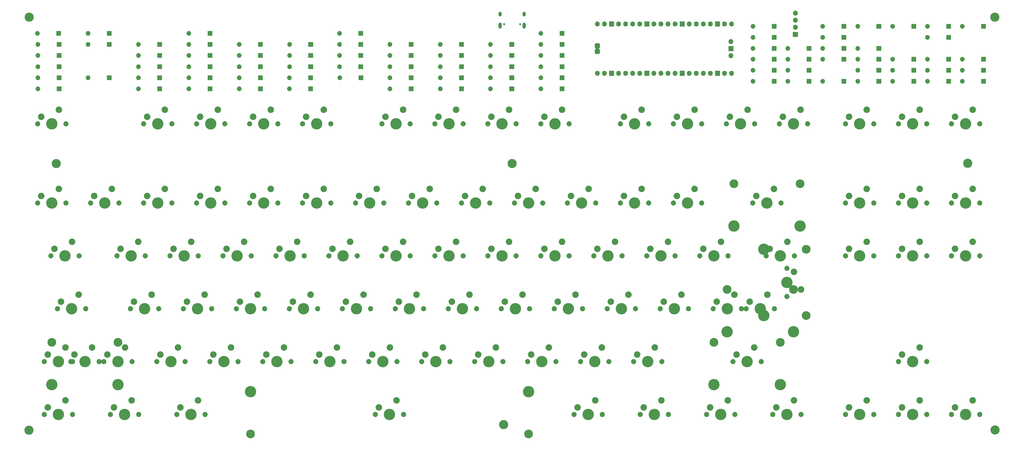
<source format=gbs>
G04 #@! TF.GenerationSoftware,KiCad,Pcbnew,(5.1.9)-1*
G04 #@! TF.CreationDate,2021-05-27T06:16:38+01:00*
G04 #@! TF.ProjectId,ENV_KB,454e565f-4b42-42e6-9b69-6361645f7063,Rev.1*
G04 #@! TF.SameCoordinates,Original*
G04 #@! TF.FileFunction,Soldermask,Bot*
G04 #@! TF.FilePolarity,Negative*
%FSLAX46Y46*%
G04 Gerber Fmt 4.6, Leading zero omitted, Abs format (unit mm)*
G04 Created by KiCad (PCBNEW (5.1.9)-1) date 2021-05-27 06:16:38*
%MOMM*%
%LPD*%
G01*
G04 APERTURE LIST*
%ADD10C,2.352000*%
%ADD11C,4.089800*%
%ADD12C,1.852000*%
%ADD13C,3.150000*%
%ADD14O,1.102000X1.702000*%
%ADD15O,1.102000X2.202000*%
%ADD16C,0.752000*%
%ADD17O,1.702000X1.702000*%
%ADD18O,1.802000X1.802000*%
%ADD19C,3.302000*%
%ADD20C,0.150000*%
G04 APERTURE END LIST*
D10*
X377877500Y-201480000D03*
D11*
X375337500Y-206560000D03*
D10*
X371527500Y-204020000D03*
D12*
X370257500Y-206560000D03*
X380417500Y-206560000D03*
D10*
X358827500Y-201480000D03*
D11*
X356287500Y-206560000D03*
D10*
X352477500Y-204020000D03*
D12*
X351207500Y-206560000D03*
X361367500Y-206560000D03*
D10*
X339777500Y-201480000D03*
D11*
X337237500Y-206560000D03*
D10*
X333427500Y-204020000D03*
D12*
X332157500Y-206560000D03*
X342317500Y-206560000D03*
D10*
X313583750Y-201480000D03*
D11*
X311043750Y-206560000D03*
D10*
X307233750Y-204020000D03*
D12*
X305963750Y-206560000D03*
X316123750Y-206560000D03*
D10*
X289771250Y-201480000D03*
D11*
X287231250Y-206560000D03*
D10*
X283421250Y-204020000D03*
D12*
X282151250Y-206560000D03*
X292311250Y-206560000D03*
D10*
X265958750Y-201480000D03*
D11*
X263418750Y-206560000D03*
D10*
X259608750Y-204020000D03*
D12*
X258338750Y-206560000D03*
X268498750Y-206560000D03*
D10*
X242146250Y-201480000D03*
D11*
X239606250Y-206560000D03*
D10*
X235796250Y-204020000D03*
D12*
X234526250Y-206560000D03*
X244686250Y-206560000D03*
D10*
X170708750Y-201480000D03*
D11*
X168168750Y-206560000D03*
D10*
X164358750Y-204020000D03*
D12*
X163088750Y-206560000D03*
X173248750Y-206560000D03*
D13*
X118168850Y-213545000D03*
X218168650Y-213545000D03*
D11*
X118168850Y-198305000D03*
X218168650Y-198305000D03*
D10*
X99271250Y-201480000D03*
D11*
X96731250Y-206560000D03*
D10*
X92921250Y-204020000D03*
D12*
X91651250Y-206560000D03*
X101811250Y-206560000D03*
D10*
X75458750Y-201480000D03*
D11*
X72918750Y-206560000D03*
D10*
X69108750Y-204020000D03*
D12*
X67838750Y-206560000D03*
X77998750Y-206560000D03*
D10*
X51646250Y-201480000D03*
D11*
X49106250Y-206560000D03*
D10*
X45296250Y-204020000D03*
D12*
X44026250Y-206560000D03*
X54186250Y-206560000D03*
D10*
X358827500Y-182430000D03*
D11*
X356287500Y-187510000D03*
D10*
X352477500Y-184970000D03*
D12*
X351207500Y-187510000D03*
X361367500Y-187510000D03*
D10*
X299296250Y-182430000D03*
D11*
X296756250Y-187510000D03*
D10*
X292946250Y-184970000D03*
D12*
X291676250Y-187510000D03*
X301836250Y-187510000D03*
D13*
X284850000Y-180525000D03*
X308662500Y-180525000D03*
D11*
X284850000Y-195765000D03*
X308662500Y-195765000D03*
D10*
X263577500Y-182430000D03*
D11*
X261037500Y-187510000D03*
D10*
X257227500Y-184970000D03*
D12*
X255957500Y-187510000D03*
X266117500Y-187510000D03*
D10*
X244527500Y-182430000D03*
D11*
X241987500Y-187510000D03*
D10*
X238177500Y-184970000D03*
D12*
X236907500Y-187510000D03*
X247067500Y-187510000D03*
D10*
X225477500Y-182430000D03*
D11*
X222937500Y-187510000D03*
D10*
X219127500Y-184970000D03*
D12*
X217857500Y-187510000D03*
X228017500Y-187510000D03*
D10*
X206427500Y-182430000D03*
D11*
X203887500Y-187510000D03*
D10*
X200077500Y-184970000D03*
D12*
X198807500Y-187510000D03*
X208967500Y-187510000D03*
D10*
X187377500Y-182430000D03*
D11*
X184837500Y-187510000D03*
D10*
X181027500Y-184970000D03*
D12*
X179757500Y-187510000D03*
X189917500Y-187510000D03*
D10*
X168327500Y-182430000D03*
D11*
X165787500Y-187510000D03*
D10*
X161977500Y-184970000D03*
D12*
X160707500Y-187510000D03*
X170867500Y-187510000D03*
D10*
X149277500Y-182430000D03*
D11*
X146737500Y-187510000D03*
D10*
X142927500Y-184970000D03*
D12*
X141657500Y-187510000D03*
X151817500Y-187510000D03*
D10*
X130227500Y-182430000D03*
D11*
X127687500Y-187510000D03*
D10*
X123877500Y-184970000D03*
D12*
X122607500Y-187510000D03*
X132767500Y-187510000D03*
D10*
X111177500Y-182430000D03*
D11*
X108637500Y-187510000D03*
D10*
X104827500Y-184970000D03*
D12*
X103557500Y-187510000D03*
X113717500Y-187510000D03*
D10*
X92127500Y-182430000D03*
D11*
X89587500Y-187510000D03*
D10*
X85777500Y-184970000D03*
D12*
X84507500Y-187510000D03*
X94667500Y-187510000D03*
D10*
X73077500Y-182430000D03*
D11*
X70537500Y-187510000D03*
D10*
X66727500Y-184970000D03*
D12*
X65457500Y-187510000D03*
X75617500Y-187510000D03*
D10*
X51646250Y-182430000D03*
D11*
X49106250Y-187510000D03*
D10*
X45296250Y-184970000D03*
D12*
X44026250Y-187510000D03*
X54186250Y-187510000D03*
D10*
X292152500Y-163380000D03*
D11*
X289612500Y-168460000D03*
D10*
X285802500Y-165920000D03*
D12*
X284532500Y-168460000D03*
X294692500Y-168460000D03*
D10*
X273102500Y-163380000D03*
D11*
X270562500Y-168460000D03*
D10*
X266752500Y-165920000D03*
D12*
X265482500Y-168460000D03*
X275642500Y-168460000D03*
D10*
X254052500Y-163380000D03*
D11*
X251512500Y-168460000D03*
D10*
X247702500Y-165920000D03*
D12*
X246432500Y-168460000D03*
X256592500Y-168460000D03*
D10*
X235002500Y-163380000D03*
D11*
X232462500Y-168460000D03*
D10*
X228652500Y-165920000D03*
D12*
X227382500Y-168460000D03*
X237542500Y-168460000D03*
D10*
X215952500Y-163380000D03*
D11*
X213412500Y-168460000D03*
D10*
X209602500Y-165920000D03*
D12*
X208332500Y-168460000D03*
X218492500Y-168460000D03*
D10*
X196902500Y-163380000D03*
D11*
X194362500Y-168460000D03*
D10*
X190552500Y-165920000D03*
D12*
X189282500Y-168460000D03*
X199442500Y-168460000D03*
D10*
X177852500Y-163380000D03*
D11*
X175312500Y-168460000D03*
D10*
X171502500Y-165920000D03*
D12*
X170232500Y-168460000D03*
X180392500Y-168460000D03*
D10*
X158802500Y-163380000D03*
D11*
X156262500Y-168460000D03*
D10*
X152452500Y-165920000D03*
D12*
X151182500Y-168460000D03*
X161342500Y-168460000D03*
D10*
X139752500Y-163380000D03*
D11*
X137212500Y-168460000D03*
D10*
X133402500Y-165920000D03*
D12*
X132132500Y-168460000D03*
X142292500Y-168460000D03*
D10*
X120702500Y-163380000D03*
D11*
X118162500Y-168460000D03*
D10*
X114352500Y-165920000D03*
D12*
X113082500Y-168460000D03*
X123242500Y-168460000D03*
D10*
X101652500Y-163380000D03*
D11*
X99112500Y-168460000D03*
D10*
X95302500Y-165920000D03*
D12*
X94032500Y-168460000D03*
X104192500Y-168460000D03*
D10*
X82602500Y-163380000D03*
D11*
X80062500Y-168460000D03*
D10*
X76252500Y-165920000D03*
D12*
X74982500Y-168460000D03*
X85142500Y-168460000D03*
D10*
X56408750Y-163380000D03*
D11*
X53868750Y-168460000D03*
D10*
X50058750Y-165920000D03*
D12*
X48788750Y-168460000D03*
X58948750Y-168460000D03*
D10*
X377877500Y-144330000D03*
D11*
X375337500Y-149410000D03*
D10*
X371527500Y-146870000D03*
D12*
X370257500Y-149410000D03*
X380417500Y-149410000D03*
D10*
X358827500Y-144330000D03*
D11*
X356287500Y-149410000D03*
D10*
X352477500Y-146870000D03*
D12*
X351207500Y-149410000D03*
X361367500Y-149410000D03*
D10*
X339777500Y-144330000D03*
D11*
X337237500Y-149410000D03*
D10*
X333427500Y-146870000D03*
D12*
X332157500Y-149410000D03*
X342317500Y-149410000D03*
D10*
X287390000Y-144330000D03*
D11*
X284850000Y-149410000D03*
D10*
X281040000Y-146870000D03*
D12*
X279770000Y-149410000D03*
X289930000Y-149410000D03*
D10*
X268340000Y-144330000D03*
D11*
X265800000Y-149410000D03*
D10*
X261990000Y-146870000D03*
D12*
X260720000Y-149410000D03*
X270880000Y-149410000D03*
D10*
X249290000Y-144330000D03*
D11*
X246750000Y-149410000D03*
D10*
X242940000Y-146870000D03*
D12*
X241670000Y-149410000D03*
X251830000Y-149410000D03*
D10*
X230240000Y-144330000D03*
D11*
X227700000Y-149410000D03*
D10*
X223890000Y-146870000D03*
D12*
X222620000Y-149410000D03*
X232780000Y-149410000D03*
D10*
X211190000Y-144330000D03*
D11*
X208650000Y-149410000D03*
D10*
X204840000Y-146870000D03*
D12*
X203570000Y-149410000D03*
X213730000Y-149410000D03*
D10*
X192140000Y-144330000D03*
D11*
X189600000Y-149410000D03*
D10*
X185790000Y-146870000D03*
D12*
X184520000Y-149410000D03*
X194680000Y-149410000D03*
D10*
X173090000Y-144330000D03*
D11*
X170550000Y-149410000D03*
D10*
X166740000Y-146870000D03*
D12*
X165470000Y-149410000D03*
X175630000Y-149410000D03*
D10*
X154040000Y-144330000D03*
D11*
X151500000Y-149410000D03*
D10*
X147690000Y-146870000D03*
D12*
X146420000Y-149410000D03*
X156580000Y-149410000D03*
D10*
X134990000Y-144330000D03*
D11*
X132450000Y-149410000D03*
D10*
X128640000Y-146870000D03*
D12*
X127370000Y-149410000D03*
X137530000Y-149410000D03*
D10*
X115940000Y-144330000D03*
D11*
X113400000Y-149410000D03*
D10*
X109590000Y-146870000D03*
D12*
X108320000Y-149410000D03*
X118480000Y-149410000D03*
D10*
X96890000Y-144330000D03*
D11*
X94350000Y-149410000D03*
D10*
X90540000Y-146870000D03*
D12*
X89270000Y-149410000D03*
X99430000Y-149410000D03*
D10*
X77840000Y-144330000D03*
D11*
X75300000Y-149410000D03*
D10*
X71490000Y-146870000D03*
D12*
X70220000Y-149410000D03*
X80380000Y-149410000D03*
D10*
X54027500Y-144330000D03*
D11*
X51487500Y-149410000D03*
D10*
X47677500Y-146870000D03*
D12*
X46407500Y-149410000D03*
X56567500Y-149410000D03*
D10*
X377877500Y-125280000D03*
D11*
X375337500Y-130360000D03*
D10*
X371527500Y-127820000D03*
D12*
X370257500Y-130360000D03*
X380417500Y-130360000D03*
D10*
X358827500Y-125280000D03*
D11*
X356287500Y-130360000D03*
D10*
X352477500Y-127820000D03*
D12*
X351207500Y-130360000D03*
X361367500Y-130360000D03*
D10*
X339777500Y-125280000D03*
D11*
X337237500Y-130360000D03*
D10*
X333427500Y-127820000D03*
D12*
X332157500Y-130360000D03*
X342317500Y-130360000D03*
D10*
X306440000Y-125280000D03*
D11*
X303900000Y-130360000D03*
D10*
X300090000Y-127820000D03*
D12*
X298820000Y-130360000D03*
X308980000Y-130360000D03*
D13*
X291993750Y-123375000D03*
X315806250Y-123375000D03*
D11*
X291993750Y-138615000D03*
X315806250Y-138615000D03*
D10*
X277865000Y-125280000D03*
D11*
X275325000Y-130360000D03*
D10*
X271515000Y-127820000D03*
D12*
X270245000Y-130360000D03*
X280405000Y-130360000D03*
D10*
X258815000Y-125280000D03*
D11*
X256275000Y-130360000D03*
D10*
X252465000Y-127820000D03*
D12*
X251195000Y-130360000D03*
X261355000Y-130360000D03*
D10*
X239765000Y-125280000D03*
D11*
X237225000Y-130360000D03*
D10*
X233415000Y-127820000D03*
D12*
X232145000Y-130360000D03*
X242305000Y-130360000D03*
D10*
X220715000Y-125280000D03*
D11*
X218175000Y-130360000D03*
D10*
X214365000Y-127820000D03*
D12*
X213095000Y-130360000D03*
X223255000Y-130360000D03*
D10*
X201665000Y-125280000D03*
D11*
X199125000Y-130360000D03*
D10*
X195315000Y-127820000D03*
D12*
X194045000Y-130360000D03*
X204205000Y-130360000D03*
D10*
X182615000Y-125280000D03*
D11*
X180075000Y-130360000D03*
D10*
X176265000Y-127820000D03*
D12*
X174995000Y-130360000D03*
X185155000Y-130360000D03*
D10*
X163565000Y-125280000D03*
D11*
X161025000Y-130360000D03*
D10*
X157215000Y-127820000D03*
D12*
X155945000Y-130360000D03*
X166105000Y-130360000D03*
D10*
X144515000Y-125280000D03*
D11*
X141975000Y-130360000D03*
D10*
X138165000Y-127820000D03*
D12*
X136895000Y-130360000D03*
X147055000Y-130360000D03*
D10*
X125465000Y-125280000D03*
D11*
X122925000Y-130360000D03*
D10*
X119115000Y-127820000D03*
D12*
X117845000Y-130360000D03*
X128005000Y-130360000D03*
D10*
X106415000Y-125280000D03*
D11*
X103875000Y-130360000D03*
D10*
X100065000Y-127820000D03*
D12*
X98795000Y-130360000D03*
X108955000Y-130360000D03*
D10*
X87365000Y-125280000D03*
D11*
X84825000Y-130360000D03*
D10*
X81015000Y-127820000D03*
D12*
X79745000Y-130360000D03*
X89905000Y-130360000D03*
D10*
X68315000Y-125280000D03*
D11*
X65775000Y-130360000D03*
D10*
X61965000Y-127820000D03*
D12*
X60695000Y-130360000D03*
X70855000Y-130360000D03*
D10*
X49265000Y-125280000D03*
D11*
X46725000Y-130360000D03*
D10*
X42915000Y-127820000D03*
D12*
X41645000Y-130360000D03*
X51805000Y-130360000D03*
D10*
X377877500Y-96705000D03*
D11*
X375337500Y-101785000D03*
D10*
X371527500Y-99245000D03*
D12*
X370257500Y-101785000D03*
X380417500Y-101785000D03*
D10*
X358827500Y-96705000D03*
D11*
X356287500Y-101785000D03*
D10*
X352477500Y-99245000D03*
D12*
X351207500Y-101785000D03*
X361367500Y-101785000D03*
D10*
X339777500Y-96705000D03*
D11*
X337237500Y-101785000D03*
D10*
X333427500Y-99245000D03*
D12*
X332157500Y-101785000D03*
X342317500Y-101785000D03*
D10*
X315965000Y-96705000D03*
D11*
X313425000Y-101785000D03*
D10*
X309615000Y-99245000D03*
D12*
X308345000Y-101785000D03*
X318505000Y-101785000D03*
D10*
X296915000Y-96705000D03*
D11*
X294375000Y-101785000D03*
D10*
X290565000Y-99245000D03*
D12*
X289295000Y-101785000D03*
X299455000Y-101785000D03*
D10*
X277865000Y-96705000D03*
D11*
X275325000Y-101785000D03*
D10*
X271515000Y-99245000D03*
D12*
X270245000Y-101785000D03*
X280405000Y-101785000D03*
D10*
X258815000Y-96705000D03*
D11*
X256275000Y-101785000D03*
D10*
X252465000Y-99245000D03*
D12*
X251195000Y-101785000D03*
X261355000Y-101785000D03*
D10*
X230240000Y-96705000D03*
D11*
X227700000Y-101785000D03*
D10*
X223890000Y-99245000D03*
D12*
X222620000Y-101785000D03*
X232780000Y-101785000D03*
D10*
X211190000Y-96705000D03*
D11*
X208650000Y-101785000D03*
D10*
X204840000Y-99245000D03*
D12*
X203570000Y-101785000D03*
X213730000Y-101785000D03*
D10*
X192140000Y-96705000D03*
D11*
X189600000Y-101785000D03*
D10*
X185790000Y-99245000D03*
D12*
X184520000Y-101785000D03*
X194680000Y-101785000D03*
D10*
X173090000Y-96705000D03*
D11*
X170550000Y-101785000D03*
D10*
X166740000Y-99245000D03*
D12*
X165470000Y-101785000D03*
X175630000Y-101785000D03*
D10*
X144515000Y-96705000D03*
D11*
X141975000Y-101785000D03*
D10*
X138165000Y-99245000D03*
D12*
X136895000Y-101785000D03*
X147055000Y-101785000D03*
D10*
X125465000Y-96705000D03*
D11*
X122925000Y-101785000D03*
D10*
X119115000Y-99245000D03*
D12*
X117845000Y-101785000D03*
X128005000Y-101785000D03*
D10*
X106415000Y-96705000D03*
D11*
X103875000Y-101785000D03*
D10*
X100065000Y-99245000D03*
D12*
X98795000Y-101785000D03*
X108955000Y-101785000D03*
D10*
X87365000Y-96705000D03*
D11*
X84825000Y-101785000D03*
D10*
X81015000Y-99245000D03*
D12*
X79745000Y-101785000D03*
X89905000Y-101785000D03*
D10*
X49265000Y-96705000D03*
D11*
X46725000Y-101785000D03*
D10*
X42915000Y-99245000D03*
D12*
X41645000Y-101785000D03*
X51805000Y-101785000D03*
D10*
X61190000Y-182430000D03*
D11*
X58650000Y-187510000D03*
D10*
X54840000Y-184970000D03*
D12*
X53570000Y-187510000D03*
X63730000Y-187510000D03*
D13*
X46743750Y-180525000D03*
X70556250Y-180525000D03*
D11*
X46743750Y-195765000D03*
X70556250Y-195765000D03*
X313406250Y-176685000D03*
X289593750Y-176685000D03*
D13*
X313406250Y-161445000D03*
X289593750Y-161445000D03*
D12*
X306580000Y-168430000D03*
X296420000Y-168430000D03*
D10*
X297690000Y-165890000D03*
D11*
X301500000Y-168430000D03*
D10*
X304040000Y-163350000D03*
D12*
X313730000Y-149385000D03*
X303570000Y-149385000D03*
D10*
X304840000Y-146845000D03*
D11*
X308650000Y-149385000D03*
D10*
X311190000Y-144305000D03*
D14*
X207905000Y-62235000D03*
X216545000Y-62235000D03*
D15*
X207905000Y-66415000D03*
X216545000Y-66415000D03*
D16*
X215115000Y-65885000D03*
X209335000Y-65885000D03*
D17*
X374155000Y-66685000D03*
G36*
G01*
X382626000Y-65885000D02*
X382626000Y-67485000D01*
G75*
G02*
X382575000Y-67536000I-51000J0D01*
G01*
X380975000Y-67536000D01*
G75*
G02*
X380924000Y-67485000I0J51000D01*
G01*
X380924000Y-65885000D01*
G75*
G02*
X380975000Y-65834000I51000J0D01*
G01*
X382575000Y-65834000D01*
G75*
G02*
X382626000Y-65885000I0J-51000D01*
G01*
G37*
X361605000Y-66685000D03*
G36*
G01*
X370076000Y-65885000D02*
X370076000Y-67485000D01*
G75*
G02*
X370025000Y-67536000I-51000J0D01*
G01*
X368425000Y-67536000D01*
G75*
G02*
X368374000Y-67485000I0J51000D01*
G01*
X368374000Y-65885000D01*
G75*
G02*
X368425000Y-65834000I51000J0D01*
G01*
X370025000Y-65834000D01*
G75*
G02*
X370076000Y-65885000I0J-51000D01*
G01*
G37*
X349055000Y-66685000D03*
G36*
G01*
X357526000Y-65885000D02*
X357526000Y-67485000D01*
G75*
G02*
X357475000Y-67536000I-51000J0D01*
G01*
X355875000Y-67536000D01*
G75*
G02*
X355824000Y-67485000I0J51000D01*
G01*
X355824000Y-65885000D01*
G75*
G02*
X355875000Y-65834000I51000J0D01*
G01*
X357475000Y-65834000D01*
G75*
G02*
X357526000Y-65885000I0J-51000D01*
G01*
G37*
X336505000Y-66685000D03*
G36*
G01*
X344976000Y-65885000D02*
X344976000Y-67485000D01*
G75*
G02*
X344925000Y-67536000I-51000J0D01*
G01*
X343325000Y-67536000D01*
G75*
G02*
X343274000Y-67485000I0J51000D01*
G01*
X343274000Y-65885000D01*
G75*
G02*
X343325000Y-65834000I51000J0D01*
G01*
X344925000Y-65834000D01*
G75*
G02*
X344976000Y-65885000I0J-51000D01*
G01*
G37*
X323955000Y-66685000D03*
G36*
G01*
X332426000Y-65885000D02*
X332426000Y-67485000D01*
G75*
G02*
X332375000Y-67536000I-51000J0D01*
G01*
X330775000Y-67536000D01*
G75*
G02*
X330724000Y-67485000I0J51000D01*
G01*
X330724000Y-65885000D01*
G75*
G02*
X330775000Y-65834000I51000J0D01*
G01*
X332375000Y-65834000D01*
G75*
G02*
X332426000Y-65885000I0J-51000D01*
G01*
G37*
X298855000Y-66685000D03*
G36*
G01*
X307326000Y-65885000D02*
X307326000Y-67485000D01*
G75*
G02*
X307275000Y-67536000I-51000J0D01*
G01*
X305675000Y-67536000D01*
G75*
G02*
X305624000Y-67485000I0J51000D01*
G01*
X305624000Y-65885000D01*
G75*
G02*
X305675000Y-65834000I51000J0D01*
G01*
X307275000Y-65834000D01*
G75*
G02*
X307326000Y-65885000I0J-51000D01*
G01*
G37*
X222605000Y-69185000D03*
G36*
G01*
X231076000Y-68385000D02*
X231076000Y-69985000D01*
G75*
G02*
X231025000Y-70036000I-51000J0D01*
G01*
X229425000Y-70036000D01*
G75*
G02*
X229374000Y-69985000I0J51000D01*
G01*
X229374000Y-68385000D01*
G75*
G02*
X229425000Y-68334000I51000J0D01*
G01*
X231025000Y-68334000D01*
G75*
G02*
X231076000Y-68385000I0J-51000D01*
G01*
G37*
X150205000Y-69185000D03*
G36*
G01*
X158676000Y-68385000D02*
X158676000Y-69985000D01*
G75*
G02*
X158625000Y-70036000I-51000J0D01*
G01*
X157025000Y-70036000D01*
G75*
G02*
X156974000Y-69985000I0J51000D01*
G01*
X156974000Y-68385000D01*
G75*
G02*
X157025000Y-68334000I51000J0D01*
G01*
X158625000Y-68334000D01*
G75*
G02*
X158676000Y-68385000I0J-51000D01*
G01*
G37*
X96005000Y-69185000D03*
G36*
G01*
X104476000Y-68385000D02*
X104476000Y-69985000D01*
G75*
G02*
X104425000Y-70036000I-51000J0D01*
G01*
X102825000Y-70036000D01*
G75*
G02*
X102774000Y-69985000I0J51000D01*
G01*
X102774000Y-68385000D01*
G75*
G02*
X102825000Y-68334000I51000J0D01*
G01*
X104425000Y-68334000D01*
G75*
G02*
X104476000Y-68385000I0J-51000D01*
G01*
G37*
X59805000Y-69185000D03*
G36*
G01*
X68276000Y-68385000D02*
X68276000Y-69985000D01*
G75*
G02*
X68225000Y-70036000I-51000J0D01*
G01*
X66625000Y-70036000D01*
G75*
G02*
X66574000Y-69985000I0J51000D01*
G01*
X66574000Y-68385000D01*
G75*
G02*
X66625000Y-68334000I51000J0D01*
G01*
X68225000Y-68334000D01*
G75*
G02*
X68276000Y-68385000I0J-51000D01*
G01*
G37*
X41605000Y-69185000D03*
G36*
G01*
X50076000Y-68385000D02*
X50076000Y-69985000D01*
G75*
G02*
X50025000Y-70036000I-51000J0D01*
G01*
X48425000Y-70036000D01*
G75*
G02*
X48374000Y-69985000I0J51000D01*
G01*
X48374000Y-68385000D01*
G75*
G02*
X48425000Y-68334000I51000J0D01*
G01*
X50025000Y-68334000D01*
G75*
G02*
X50076000Y-68385000I0J-51000D01*
G01*
G37*
X361605000Y-70635000D03*
G36*
G01*
X370076000Y-69835000D02*
X370076000Y-71435000D01*
G75*
G02*
X370025000Y-71486000I-51000J0D01*
G01*
X368425000Y-71486000D01*
G75*
G02*
X368374000Y-71435000I0J51000D01*
G01*
X368374000Y-69835000D01*
G75*
G02*
X368425000Y-69784000I51000J0D01*
G01*
X370025000Y-69784000D01*
G75*
G02*
X370076000Y-69835000I0J-51000D01*
G01*
G37*
X323955000Y-70635000D03*
G36*
G01*
X332426000Y-69835000D02*
X332426000Y-71435000D01*
G75*
G02*
X332375000Y-71486000I-51000J0D01*
G01*
X330775000Y-71486000D01*
G75*
G02*
X330724000Y-71435000I0J51000D01*
G01*
X330724000Y-69835000D01*
G75*
G02*
X330775000Y-69784000I51000J0D01*
G01*
X332375000Y-69784000D01*
G75*
G02*
X332426000Y-69835000I0J-51000D01*
G01*
G37*
X298855000Y-70635000D03*
G36*
G01*
X307326000Y-69835000D02*
X307326000Y-71435000D01*
G75*
G02*
X307275000Y-71486000I-51000J0D01*
G01*
X305675000Y-71486000D01*
G75*
G02*
X305624000Y-71435000I0J51000D01*
G01*
X305624000Y-69835000D01*
G75*
G02*
X305675000Y-69784000I51000J0D01*
G01*
X307275000Y-69784000D01*
G75*
G02*
X307326000Y-69835000I0J-51000D01*
G01*
G37*
X222605000Y-73185000D03*
G36*
G01*
X231076000Y-72385000D02*
X231076000Y-73985000D01*
G75*
G02*
X231025000Y-74036000I-51000J0D01*
G01*
X229425000Y-74036000D01*
G75*
G02*
X229374000Y-73985000I0J51000D01*
G01*
X229374000Y-72385000D01*
G75*
G02*
X229425000Y-72334000I51000J0D01*
G01*
X231025000Y-72334000D01*
G75*
G02*
X231076000Y-72385000I0J-51000D01*
G01*
G37*
X204505000Y-73185000D03*
G36*
G01*
X212976000Y-72385000D02*
X212976000Y-73985000D01*
G75*
G02*
X212925000Y-74036000I-51000J0D01*
G01*
X211325000Y-74036000D01*
G75*
G02*
X211274000Y-73985000I0J51000D01*
G01*
X211274000Y-72385000D01*
G75*
G02*
X211325000Y-72334000I51000J0D01*
G01*
X212925000Y-72334000D01*
G75*
G02*
X212976000Y-72385000I0J-51000D01*
G01*
G37*
X186405000Y-73185000D03*
G36*
G01*
X194876000Y-72385000D02*
X194876000Y-73985000D01*
G75*
G02*
X194825000Y-74036000I-51000J0D01*
G01*
X193225000Y-74036000D01*
G75*
G02*
X193174000Y-73985000I0J51000D01*
G01*
X193174000Y-72385000D01*
G75*
G02*
X193225000Y-72334000I51000J0D01*
G01*
X194825000Y-72334000D01*
G75*
G02*
X194876000Y-72385000I0J-51000D01*
G01*
G37*
X168305000Y-73185000D03*
G36*
G01*
X176776000Y-72385000D02*
X176776000Y-73985000D01*
G75*
G02*
X176725000Y-74036000I-51000J0D01*
G01*
X175125000Y-74036000D01*
G75*
G02*
X175074000Y-73985000I0J51000D01*
G01*
X175074000Y-72385000D01*
G75*
G02*
X175125000Y-72334000I51000J0D01*
G01*
X176725000Y-72334000D01*
G75*
G02*
X176776000Y-72385000I0J-51000D01*
G01*
G37*
X150205000Y-73185000D03*
G36*
G01*
X158676000Y-72385000D02*
X158676000Y-73985000D01*
G75*
G02*
X158625000Y-74036000I-51000J0D01*
G01*
X157025000Y-74036000D01*
G75*
G02*
X156974000Y-73985000I0J51000D01*
G01*
X156974000Y-72385000D01*
G75*
G02*
X157025000Y-72334000I51000J0D01*
G01*
X158625000Y-72334000D01*
G75*
G02*
X158676000Y-72385000I0J-51000D01*
G01*
G37*
X132205000Y-73185000D03*
G36*
G01*
X140676000Y-72385000D02*
X140676000Y-73985000D01*
G75*
G02*
X140625000Y-74036000I-51000J0D01*
G01*
X139025000Y-74036000D01*
G75*
G02*
X138974000Y-73985000I0J51000D01*
G01*
X138974000Y-72385000D01*
G75*
G02*
X139025000Y-72334000I51000J0D01*
G01*
X140625000Y-72334000D01*
G75*
G02*
X140676000Y-72385000I0J-51000D01*
G01*
G37*
X114105000Y-73185000D03*
G36*
G01*
X122576000Y-72385000D02*
X122576000Y-73985000D01*
G75*
G02*
X122525000Y-74036000I-51000J0D01*
G01*
X120925000Y-74036000D01*
G75*
G02*
X120874000Y-73985000I0J51000D01*
G01*
X120874000Y-72385000D01*
G75*
G02*
X120925000Y-72334000I51000J0D01*
G01*
X122525000Y-72334000D01*
G75*
G02*
X122576000Y-72385000I0J-51000D01*
G01*
G37*
X96005000Y-73185000D03*
G36*
G01*
X104476000Y-72385000D02*
X104476000Y-73985000D01*
G75*
G02*
X104425000Y-74036000I-51000J0D01*
G01*
X102825000Y-74036000D01*
G75*
G02*
X102774000Y-73985000I0J51000D01*
G01*
X102774000Y-72385000D01*
G75*
G02*
X102825000Y-72334000I51000J0D01*
G01*
X104425000Y-72334000D01*
G75*
G02*
X104476000Y-72385000I0J-51000D01*
G01*
G37*
X77905000Y-73185000D03*
G36*
G01*
X86376000Y-72385000D02*
X86376000Y-73985000D01*
G75*
G02*
X86325000Y-74036000I-51000J0D01*
G01*
X84725000Y-74036000D01*
G75*
G02*
X84674000Y-73985000I0J51000D01*
G01*
X84674000Y-72385000D01*
G75*
G02*
X84725000Y-72334000I51000J0D01*
G01*
X86325000Y-72334000D01*
G75*
G02*
X86376000Y-72385000I0J-51000D01*
G01*
G37*
X59805000Y-73185000D03*
G36*
G01*
X68276000Y-72385000D02*
X68276000Y-73985000D01*
G75*
G02*
X68225000Y-74036000I-51000J0D01*
G01*
X66625000Y-74036000D01*
G75*
G02*
X66574000Y-73985000I0J51000D01*
G01*
X66574000Y-72385000D01*
G75*
G02*
X66625000Y-72334000I51000J0D01*
G01*
X68225000Y-72334000D01*
G75*
G02*
X68276000Y-72385000I0J-51000D01*
G01*
G37*
X41705000Y-73185000D03*
G36*
G01*
X50176000Y-72385000D02*
X50176000Y-73985000D01*
G75*
G02*
X50125000Y-74036000I-51000J0D01*
G01*
X48525000Y-74036000D01*
G75*
G02*
X48474000Y-73985000I0J51000D01*
G01*
X48474000Y-72385000D01*
G75*
G02*
X48525000Y-72334000I51000J0D01*
G01*
X50125000Y-72334000D01*
G75*
G02*
X50176000Y-72385000I0J-51000D01*
G01*
G37*
X336505000Y-74585000D03*
G36*
G01*
X344976000Y-73785000D02*
X344976000Y-75385000D01*
G75*
G02*
X344925000Y-75436000I-51000J0D01*
G01*
X343325000Y-75436000D01*
G75*
G02*
X343274000Y-75385000I0J51000D01*
G01*
X343274000Y-73785000D01*
G75*
G02*
X343325000Y-73734000I51000J0D01*
G01*
X344925000Y-73734000D01*
G75*
G02*
X344976000Y-73785000I0J-51000D01*
G01*
G37*
X323955000Y-74585000D03*
G36*
G01*
X332426000Y-73785000D02*
X332426000Y-75385000D01*
G75*
G02*
X332375000Y-75436000I-51000J0D01*
G01*
X330775000Y-75436000D01*
G75*
G02*
X330724000Y-75385000I0J51000D01*
G01*
X330724000Y-73785000D01*
G75*
G02*
X330775000Y-73734000I51000J0D01*
G01*
X332375000Y-73734000D01*
G75*
G02*
X332426000Y-73785000I0J-51000D01*
G01*
G37*
X311405000Y-74585000D03*
G36*
G01*
X319876000Y-73785000D02*
X319876000Y-75385000D01*
G75*
G02*
X319825000Y-75436000I-51000J0D01*
G01*
X318225000Y-75436000D01*
G75*
G02*
X318174000Y-75385000I0J51000D01*
G01*
X318174000Y-73785000D01*
G75*
G02*
X318225000Y-73734000I51000J0D01*
G01*
X319825000Y-73734000D01*
G75*
G02*
X319876000Y-73785000I0J-51000D01*
G01*
G37*
X298855000Y-74585000D03*
G36*
G01*
X307326000Y-73785000D02*
X307326000Y-75385000D01*
G75*
G02*
X307275000Y-75436000I-51000J0D01*
G01*
X305675000Y-75436000D01*
G75*
G02*
X305624000Y-75385000I0J51000D01*
G01*
X305624000Y-73785000D01*
G75*
G02*
X305675000Y-73734000I51000J0D01*
G01*
X307275000Y-73734000D01*
G75*
G02*
X307326000Y-73785000I0J-51000D01*
G01*
G37*
X222605000Y-77185000D03*
G36*
G01*
X231076000Y-76385000D02*
X231076000Y-77985000D01*
G75*
G02*
X231025000Y-78036000I-51000J0D01*
G01*
X229425000Y-78036000D01*
G75*
G02*
X229374000Y-77985000I0J51000D01*
G01*
X229374000Y-76385000D01*
G75*
G02*
X229425000Y-76334000I51000J0D01*
G01*
X231025000Y-76334000D01*
G75*
G02*
X231076000Y-76385000I0J-51000D01*
G01*
G37*
X204505000Y-77185000D03*
G36*
G01*
X212976000Y-76385000D02*
X212976000Y-77985000D01*
G75*
G02*
X212925000Y-78036000I-51000J0D01*
G01*
X211325000Y-78036000D01*
G75*
G02*
X211274000Y-77985000I0J51000D01*
G01*
X211274000Y-76385000D01*
G75*
G02*
X211325000Y-76334000I51000J0D01*
G01*
X212925000Y-76334000D01*
G75*
G02*
X212976000Y-76385000I0J-51000D01*
G01*
G37*
X186405000Y-77185000D03*
G36*
G01*
X194876000Y-76385000D02*
X194876000Y-77985000D01*
G75*
G02*
X194825000Y-78036000I-51000J0D01*
G01*
X193225000Y-78036000D01*
G75*
G02*
X193174000Y-77985000I0J51000D01*
G01*
X193174000Y-76385000D01*
G75*
G02*
X193225000Y-76334000I51000J0D01*
G01*
X194825000Y-76334000D01*
G75*
G02*
X194876000Y-76385000I0J-51000D01*
G01*
G37*
X168305000Y-77185000D03*
G36*
G01*
X176776000Y-76385000D02*
X176776000Y-77985000D01*
G75*
G02*
X176725000Y-78036000I-51000J0D01*
G01*
X175125000Y-78036000D01*
G75*
G02*
X175074000Y-77985000I0J51000D01*
G01*
X175074000Y-76385000D01*
G75*
G02*
X175125000Y-76334000I51000J0D01*
G01*
X176725000Y-76334000D01*
G75*
G02*
X176776000Y-76385000I0J-51000D01*
G01*
G37*
X150205000Y-77185000D03*
G36*
G01*
X158676000Y-76385000D02*
X158676000Y-77985000D01*
G75*
G02*
X158625000Y-78036000I-51000J0D01*
G01*
X157025000Y-78036000D01*
G75*
G02*
X156974000Y-77985000I0J51000D01*
G01*
X156974000Y-76385000D01*
G75*
G02*
X157025000Y-76334000I51000J0D01*
G01*
X158625000Y-76334000D01*
G75*
G02*
X158676000Y-76385000I0J-51000D01*
G01*
G37*
X132205000Y-77185000D03*
G36*
G01*
X140676000Y-76385000D02*
X140676000Y-77985000D01*
G75*
G02*
X140625000Y-78036000I-51000J0D01*
G01*
X139025000Y-78036000D01*
G75*
G02*
X138974000Y-77985000I0J51000D01*
G01*
X138974000Y-76385000D01*
G75*
G02*
X139025000Y-76334000I51000J0D01*
G01*
X140625000Y-76334000D01*
G75*
G02*
X140676000Y-76385000I0J-51000D01*
G01*
G37*
X114105000Y-77185000D03*
G36*
G01*
X122576000Y-76385000D02*
X122576000Y-77985000D01*
G75*
G02*
X122525000Y-78036000I-51000J0D01*
G01*
X120925000Y-78036000D01*
G75*
G02*
X120874000Y-77985000I0J51000D01*
G01*
X120874000Y-76385000D01*
G75*
G02*
X120925000Y-76334000I51000J0D01*
G01*
X122525000Y-76334000D01*
G75*
G02*
X122576000Y-76385000I0J-51000D01*
G01*
G37*
X96005000Y-77185000D03*
G36*
G01*
X104476000Y-76385000D02*
X104476000Y-77985000D01*
G75*
G02*
X104425000Y-78036000I-51000J0D01*
G01*
X102825000Y-78036000D01*
G75*
G02*
X102774000Y-77985000I0J51000D01*
G01*
X102774000Y-76385000D01*
G75*
G02*
X102825000Y-76334000I51000J0D01*
G01*
X104425000Y-76334000D01*
G75*
G02*
X104476000Y-76385000I0J-51000D01*
G01*
G37*
X77905000Y-77185000D03*
G36*
G01*
X86376000Y-76385000D02*
X86376000Y-77985000D01*
G75*
G02*
X86325000Y-78036000I-51000J0D01*
G01*
X84725000Y-78036000D01*
G75*
G02*
X84674000Y-77985000I0J51000D01*
G01*
X84674000Y-76385000D01*
G75*
G02*
X84725000Y-76334000I51000J0D01*
G01*
X86325000Y-76334000D01*
G75*
G02*
X86376000Y-76385000I0J-51000D01*
G01*
G37*
X41705000Y-77185000D03*
G36*
G01*
X50176000Y-76385000D02*
X50176000Y-77985000D01*
G75*
G02*
X50125000Y-78036000I-51000J0D01*
G01*
X48525000Y-78036000D01*
G75*
G02*
X48474000Y-77985000I0J51000D01*
G01*
X48474000Y-76385000D01*
G75*
G02*
X48525000Y-76334000I51000J0D01*
G01*
X50125000Y-76334000D01*
G75*
G02*
X50176000Y-76385000I0J-51000D01*
G01*
G37*
X374155000Y-78535000D03*
G36*
G01*
X382626000Y-77735000D02*
X382626000Y-79335000D01*
G75*
G02*
X382575000Y-79386000I-51000J0D01*
G01*
X380975000Y-79386000D01*
G75*
G02*
X380924000Y-79335000I0J51000D01*
G01*
X380924000Y-77735000D01*
G75*
G02*
X380975000Y-77684000I51000J0D01*
G01*
X382575000Y-77684000D01*
G75*
G02*
X382626000Y-77735000I0J-51000D01*
G01*
G37*
X361605000Y-78535000D03*
G36*
G01*
X370076000Y-77735000D02*
X370076000Y-79335000D01*
G75*
G02*
X370025000Y-79386000I-51000J0D01*
G01*
X368425000Y-79386000D01*
G75*
G02*
X368374000Y-79335000I0J51000D01*
G01*
X368374000Y-77735000D01*
G75*
G02*
X368425000Y-77684000I51000J0D01*
G01*
X370025000Y-77684000D01*
G75*
G02*
X370076000Y-77735000I0J-51000D01*
G01*
G37*
X349055000Y-78535000D03*
G36*
G01*
X357526000Y-77735000D02*
X357526000Y-79335000D01*
G75*
G02*
X357475000Y-79386000I-51000J0D01*
G01*
X355875000Y-79386000D01*
G75*
G02*
X355824000Y-79335000I0J51000D01*
G01*
X355824000Y-77735000D01*
G75*
G02*
X355875000Y-77684000I51000J0D01*
G01*
X357475000Y-77684000D01*
G75*
G02*
X357526000Y-77735000I0J-51000D01*
G01*
G37*
X336505000Y-78535000D03*
G36*
G01*
X344976000Y-77735000D02*
X344976000Y-79335000D01*
G75*
G02*
X344925000Y-79386000I-51000J0D01*
G01*
X343325000Y-79386000D01*
G75*
G02*
X343274000Y-79335000I0J51000D01*
G01*
X343274000Y-77735000D01*
G75*
G02*
X343325000Y-77684000I51000J0D01*
G01*
X344925000Y-77684000D01*
G75*
G02*
X344976000Y-77735000I0J-51000D01*
G01*
G37*
X323955000Y-78535000D03*
G36*
G01*
X332426000Y-77735000D02*
X332426000Y-79335000D01*
G75*
G02*
X332375000Y-79386000I-51000J0D01*
G01*
X330775000Y-79386000D01*
G75*
G02*
X330724000Y-79335000I0J51000D01*
G01*
X330724000Y-77735000D01*
G75*
G02*
X330775000Y-77684000I51000J0D01*
G01*
X332375000Y-77684000D01*
G75*
G02*
X332426000Y-77735000I0J-51000D01*
G01*
G37*
X311405000Y-78535000D03*
G36*
G01*
X319876000Y-77735000D02*
X319876000Y-79335000D01*
G75*
G02*
X319825000Y-79386000I-51000J0D01*
G01*
X318225000Y-79386000D01*
G75*
G02*
X318174000Y-79335000I0J51000D01*
G01*
X318174000Y-77735000D01*
G75*
G02*
X318225000Y-77684000I51000J0D01*
G01*
X319825000Y-77684000D01*
G75*
G02*
X319876000Y-77735000I0J-51000D01*
G01*
G37*
X298855000Y-78535000D03*
G36*
G01*
X307326000Y-77735000D02*
X307326000Y-79335000D01*
G75*
G02*
X307275000Y-79386000I-51000J0D01*
G01*
X305675000Y-79386000D01*
G75*
G02*
X305624000Y-79335000I0J51000D01*
G01*
X305624000Y-77735000D01*
G75*
G02*
X305675000Y-77684000I51000J0D01*
G01*
X307275000Y-77684000D01*
G75*
G02*
X307326000Y-77735000I0J-51000D01*
G01*
G37*
X222605000Y-81185000D03*
G36*
G01*
X231076000Y-80385000D02*
X231076000Y-81985000D01*
G75*
G02*
X231025000Y-82036000I-51000J0D01*
G01*
X229425000Y-82036000D01*
G75*
G02*
X229374000Y-81985000I0J51000D01*
G01*
X229374000Y-80385000D01*
G75*
G02*
X229425000Y-80334000I51000J0D01*
G01*
X231025000Y-80334000D01*
G75*
G02*
X231076000Y-80385000I0J-51000D01*
G01*
G37*
X204505000Y-81185000D03*
G36*
G01*
X212976000Y-80385000D02*
X212976000Y-81985000D01*
G75*
G02*
X212925000Y-82036000I-51000J0D01*
G01*
X211325000Y-82036000D01*
G75*
G02*
X211274000Y-81985000I0J51000D01*
G01*
X211274000Y-80385000D01*
G75*
G02*
X211325000Y-80334000I51000J0D01*
G01*
X212925000Y-80334000D01*
G75*
G02*
X212976000Y-80385000I0J-51000D01*
G01*
G37*
X186405000Y-81185000D03*
G36*
G01*
X194876000Y-80385000D02*
X194876000Y-81985000D01*
G75*
G02*
X194825000Y-82036000I-51000J0D01*
G01*
X193225000Y-82036000D01*
G75*
G02*
X193174000Y-81985000I0J51000D01*
G01*
X193174000Y-80385000D01*
G75*
G02*
X193225000Y-80334000I51000J0D01*
G01*
X194825000Y-80334000D01*
G75*
G02*
X194876000Y-80385000I0J-51000D01*
G01*
G37*
X168305000Y-81185000D03*
G36*
G01*
X176776000Y-80385000D02*
X176776000Y-81985000D01*
G75*
G02*
X176725000Y-82036000I-51000J0D01*
G01*
X175125000Y-82036000D01*
G75*
G02*
X175074000Y-81985000I0J51000D01*
G01*
X175074000Y-80385000D01*
G75*
G02*
X175125000Y-80334000I51000J0D01*
G01*
X176725000Y-80334000D01*
G75*
G02*
X176776000Y-80385000I0J-51000D01*
G01*
G37*
X150205000Y-81185000D03*
G36*
G01*
X158676000Y-80385000D02*
X158676000Y-81985000D01*
G75*
G02*
X158625000Y-82036000I-51000J0D01*
G01*
X157025000Y-82036000D01*
G75*
G02*
X156974000Y-81985000I0J51000D01*
G01*
X156974000Y-80385000D01*
G75*
G02*
X157025000Y-80334000I51000J0D01*
G01*
X158625000Y-80334000D01*
G75*
G02*
X158676000Y-80385000I0J-51000D01*
G01*
G37*
X132205000Y-81185000D03*
G36*
G01*
X140676000Y-80385000D02*
X140676000Y-81985000D01*
G75*
G02*
X140625000Y-82036000I-51000J0D01*
G01*
X139025000Y-82036000D01*
G75*
G02*
X138974000Y-81985000I0J51000D01*
G01*
X138974000Y-80385000D01*
G75*
G02*
X139025000Y-80334000I51000J0D01*
G01*
X140625000Y-80334000D01*
G75*
G02*
X140676000Y-80385000I0J-51000D01*
G01*
G37*
X114105000Y-81185000D03*
G36*
G01*
X122576000Y-80385000D02*
X122576000Y-81985000D01*
G75*
G02*
X122525000Y-82036000I-51000J0D01*
G01*
X120925000Y-82036000D01*
G75*
G02*
X120874000Y-81985000I0J51000D01*
G01*
X120874000Y-80385000D01*
G75*
G02*
X120925000Y-80334000I51000J0D01*
G01*
X122525000Y-80334000D01*
G75*
G02*
X122576000Y-80385000I0J-51000D01*
G01*
G37*
X96005000Y-81185000D03*
G36*
G01*
X104476000Y-80385000D02*
X104476000Y-81985000D01*
G75*
G02*
X104425000Y-82036000I-51000J0D01*
G01*
X102825000Y-82036000D01*
G75*
G02*
X102774000Y-81985000I0J51000D01*
G01*
X102774000Y-80385000D01*
G75*
G02*
X102825000Y-80334000I51000J0D01*
G01*
X104425000Y-80334000D01*
G75*
G02*
X104476000Y-80385000I0J-51000D01*
G01*
G37*
X77905000Y-81185000D03*
G36*
G01*
X86376000Y-80385000D02*
X86376000Y-81985000D01*
G75*
G02*
X86325000Y-82036000I-51000J0D01*
G01*
X84725000Y-82036000D01*
G75*
G02*
X84674000Y-81985000I0J51000D01*
G01*
X84674000Y-80385000D01*
G75*
G02*
X84725000Y-80334000I51000J0D01*
G01*
X86325000Y-80334000D01*
G75*
G02*
X86376000Y-80385000I0J-51000D01*
G01*
G37*
X41705000Y-81185000D03*
G36*
G01*
X50176000Y-80385000D02*
X50176000Y-81985000D01*
G75*
G02*
X50125000Y-82036000I-51000J0D01*
G01*
X48525000Y-82036000D01*
G75*
G02*
X48474000Y-81985000I0J51000D01*
G01*
X48474000Y-80385000D01*
G75*
G02*
X48525000Y-80334000I51000J0D01*
G01*
X50125000Y-80334000D01*
G75*
G02*
X50176000Y-80385000I0J-51000D01*
G01*
G37*
X374155000Y-82485000D03*
G36*
G01*
X382626000Y-81685000D02*
X382626000Y-83285000D01*
G75*
G02*
X382575000Y-83336000I-51000J0D01*
G01*
X380975000Y-83336000D01*
G75*
G02*
X380924000Y-83285000I0J51000D01*
G01*
X380924000Y-81685000D01*
G75*
G02*
X380975000Y-81634000I51000J0D01*
G01*
X382575000Y-81634000D01*
G75*
G02*
X382626000Y-81685000I0J-51000D01*
G01*
G37*
X361605000Y-82485000D03*
G36*
G01*
X370076000Y-81685000D02*
X370076000Y-83285000D01*
G75*
G02*
X370025000Y-83336000I-51000J0D01*
G01*
X368425000Y-83336000D01*
G75*
G02*
X368374000Y-83285000I0J51000D01*
G01*
X368374000Y-81685000D01*
G75*
G02*
X368425000Y-81634000I51000J0D01*
G01*
X370025000Y-81634000D01*
G75*
G02*
X370076000Y-81685000I0J-51000D01*
G01*
G37*
X349055000Y-82485000D03*
G36*
G01*
X357526000Y-81685000D02*
X357526000Y-83285000D01*
G75*
G02*
X357475000Y-83336000I-51000J0D01*
G01*
X355875000Y-83336000D01*
G75*
G02*
X355824000Y-83285000I0J51000D01*
G01*
X355824000Y-81685000D01*
G75*
G02*
X355875000Y-81634000I51000J0D01*
G01*
X357475000Y-81634000D01*
G75*
G02*
X357526000Y-81685000I0J-51000D01*
G01*
G37*
X336505000Y-82485000D03*
G36*
G01*
X344976000Y-81685000D02*
X344976000Y-83285000D01*
G75*
G02*
X344925000Y-83336000I-51000J0D01*
G01*
X343325000Y-83336000D01*
G75*
G02*
X343274000Y-83285000I0J51000D01*
G01*
X343274000Y-81685000D01*
G75*
G02*
X343325000Y-81634000I51000J0D01*
G01*
X344925000Y-81634000D01*
G75*
G02*
X344976000Y-81685000I0J-51000D01*
G01*
G37*
X311405000Y-82485000D03*
G36*
G01*
X319876000Y-81685000D02*
X319876000Y-83285000D01*
G75*
G02*
X319825000Y-83336000I-51000J0D01*
G01*
X318225000Y-83336000D01*
G75*
G02*
X318174000Y-83285000I0J51000D01*
G01*
X318174000Y-81685000D01*
G75*
G02*
X318225000Y-81634000I51000J0D01*
G01*
X319825000Y-81634000D01*
G75*
G02*
X319876000Y-81685000I0J-51000D01*
G01*
G37*
X298855000Y-82485000D03*
G36*
G01*
X307326000Y-81685000D02*
X307326000Y-83285000D01*
G75*
G02*
X307275000Y-83336000I-51000J0D01*
G01*
X305675000Y-83336000D01*
G75*
G02*
X305624000Y-83285000I0J51000D01*
G01*
X305624000Y-81685000D01*
G75*
G02*
X305675000Y-81634000I51000J0D01*
G01*
X307275000Y-81634000D01*
G75*
G02*
X307326000Y-81685000I0J-51000D01*
G01*
G37*
X222605000Y-85185000D03*
G36*
G01*
X231076000Y-84385000D02*
X231076000Y-85985000D01*
G75*
G02*
X231025000Y-86036000I-51000J0D01*
G01*
X229425000Y-86036000D01*
G75*
G02*
X229374000Y-85985000I0J51000D01*
G01*
X229374000Y-84385000D01*
G75*
G02*
X229425000Y-84334000I51000J0D01*
G01*
X231025000Y-84334000D01*
G75*
G02*
X231076000Y-84385000I0J-51000D01*
G01*
G37*
X204505000Y-85185000D03*
G36*
G01*
X212976000Y-84385000D02*
X212976000Y-85985000D01*
G75*
G02*
X212925000Y-86036000I-51000J0D01*
G01*
X211325000Y-86036000D01*
G75*
G02*
X211274000Y-85985000I0J51000D01*
G01*
X211274000Y-84385000D01*
G75*
G02*
X211325000Y-84334000I51000J0D01*
G01*
X212925000Y-84334000D01*
G75*
G02*
X212976000Y-84385000I0J-51000D01*
G01*
G37*
X186405000Y-85185000D03*
G36*
G01*
X194876000Y-84385000D02*
X194876000Y-85985000D01*
G75*
G02*
X194825000Y-86036000I-51000J0D01*
G01*
X193225000Y-86036000D01*
G75*
G02*
X193174000Y-85985000I0J51000D01*
G01*
X193174000Y-84385000D01*
G75*
G02*
X193225000Y-84334000I51000J0D01*
G01*
X194825000Y-84334000D01*
G75*
G02*
X194876000Y-84385000I0J-51000D01*
G01*
G37*
X168335000Y-85185000D03*
G36*
G01*
X176806000Y-84385000D02*
X176806000Y-85985000D01*
G75*
G02*
X176755000Y-86036000I-51000J0D01*
G01*
X175155000Y-86036000D01*
G75*
G02*
X175104000Y-85985000I0J51000D01*
G01*
X175104000Y-84385000D01*
G75*
G02*
X175155000Y-84334000I51000J0D01*
G01*
X176755000Y-84334000D01*
G75*
G02*
X176806000Y-84385000I0J-51000D01*
G01*
G37*
X150245000Y-85185000D03*
G36*
G01*
X158716000Y-84385000D02*
X158716000Y-85985000D01*
G75*
G02*
X158665000Y-86036000I-51000J0D01*
G01*
X157065000Y-86036000D01*
G75*
G02*
X157014000Y-85985000I0J51000D01*
G01*
X157014000Y-84385000D01*
G75*
G02*
X157065000Y-84334000I51000J0D01*
G01*
X158665000Y-84334000D01*
G75*
G02*
X158716000Y-84385000I0J-51000D01*
G01*
G37*
X132155000Y-85185000D03*
G36*
G01*
X140626000Y-84385000D02*
X140626000Y-85985000D01*
G75*
G02*
X140575000Y-86036000I-51000J0D01*
G01*
X138975000Y-86036000D01*
G75*
G02*
X138924000Y-85985000I0J51000D01*
G01*
X138924000Y-84385000D01*
G75*
G02*
X138975000Y-84334000I51000J0D01*
G01*
X140575000Y-84334000D01*
G75*
G02*
X140626000Y-84385000I0J-51000D01*
G01*
G37*
X114105000Y-85185000D03*
G36*
G01*
X122576000Y-84385000D02*
X122576000Y-85985000D01*
G75*
G02*
X122525000Y-86036000I-51000J0D01*
G01*
X120925000Y-86036000D01*
G75*
G02*
X120874000Y-85985000I0J51000D01*
G01*
X120874000Y-84385000D01*
G75*
G02*
X120925000Y-84334000I51000J0D01*
G01*
X122525000Y-84334000D01*
G75*
G02*
X122576000Y-84385000I0J-51000D01*
G01*
G37*
X96005000Y-85185000D03*
G36*
G01*
X104476000Y-84385000D02*
X104476000Y-85985000D01*
G75*
G02*
X104425000Y-86036000I-51000J0D01*
G01*
X102825000Y-86036000D01*
G75*
G02*
X102774000Y-85985000I0J51000D01*
G01*
X102774000Y-84385000D01*
G75*
G02*
X102825000Y-84334000I51000J0D01*
G01*
X104425000Y-84334000D01*
G75*
G02*
X104476000Y-84385000I0J-51000D01*
G01*
G37*
X77905000Y-85185000D03*
G36*
G01*
X86376000Y-84385000D02*
X86376000Y-85985000D01*
G75*
G02*
X86325000Y-86036000I-51000J0D01*
G01*
X84725000Y-86036000D01*
G75*
G02*
X84674000Y-85985000I0J51000D01*
G01*
X84674000Y-84385000D01*
G75*
G02*
X84725000Y-84334000I51000J0D01*
G01*
X86325000Y-84334000D01*
G75*
G02*
X86376000Y-84385000I0J-51000D01*
G01*
G37*
X59805000Y-85185000D03*
G36*
G01*
X68276000Y-84385000D02*
X68276000Y-85985000D01*
G75*
G02*
X68225000Y-86036000I-51000J0D01*
G01*
X66625000Y-86036000D01*
G75*
G02*
X66574000Y-85985000I0J51000D01*
G01*
X66574000Y-84385000D01*
G75*
G02*
X66625000Y-84334000I51000J0D01*
G01*
X68225000Y-84334000D01*
G75*
G02*
X68276000Y-84385000I0J-51000D01*
G01*
G37*
X41705000Y-85185000D03*
G36*
G01*
X50176000Y-84385000D02*
X50176000Y-85985000D01*
G75*
G02*
X50125000Y-86036000I-51000J0D01*
G01*
X48525000Y-86036000D01*
G75*
G02*
X48474000Y-85985000I0J51000D01*
G01*
X48474000Y-84385000D01*
G75*
G02*
X48525000Y-84334000I51000J0D01*
G01*
X50125000Y-84334000D01*
G75*
G02*
X50176000Y-84385000I0J-51000D01*
G01*
G37*
X374155000Y-86435000D03*
G36*
G01*
X382626000Y-85635000D02*
X382626000Y-87235000D01*
G75*
G02*
X382575000Y-87286000I-51000J0D01*
G01*
X380975000Y-87286000D01*
G75*
G02*
X380924000Y-87235000I0J51000D01*
G01*
X380924000Y-85635000D01*
G75*
G02*
X380975000Y-85584000I51000J0D01*
G01*
X382575000Y-85584000D01*
G75*
G02*
X382626000Y-85635000I0J-51000D01*
G01*
G37*
X361605000Y-86435000D03*
G36*
G01*
X370076000Y-85635000D02*
X370076000Y-87235000D01*
G75*
G02*
X370025000Y-87286000I-51000J0D01*
G01*
X368425000Y-87286000D01*
G75*
G02*
X368374000Y-87235000I0J51000D01*
G01*
X368374000Y-85635000D01*
G75*
G02*
X368425000Y-85584000I51000J0D01*
G01*
X370025000Y-85584000D01*
G75*
G02*
X370076000Y-85635000I0J-51000D01*
G01*
G37*
X349055000Y-86435000D03*
G36*
G01*
X357526000Y-85635000D02*
X357526000Y-87235000D01*
G75*
G02*
X357475000Y-87286000I-51000J0D01*
G01*
X355875000Y-87286000D01*
G75*
G02*
X355824000Y-87235000I0J51000D01*
G01*
X355824000Y-85635000D01*
G75*
G02*
X355875000Y-85584000I51000J0D01*
G01*
X357475000Y-85584000D01*
G75*
G02*
X357526000Y-85635000I0J-51000D01*
G01*
G37*
X336505000Y-86435000D03*
G36*
G01*
X344976000Y-85635000D02*
X344976000Y-87235000D01*
G75*
G02*
X344925000Y-87286000I-51000J0D01*
G01*
X343325000Y-87286000D01*
G75*
G02*
X343274000Y-87235000I0J51000D01*
G01*
X343274000Y-85635000D01*
G75*
G02*
X343325000Y-85584000I51000J0D01*
G01*
X344925000Y-85584000D01*
G75*
G02*
X344976000Y-85635000I0J-51000D01*
G01*
G37*
X323955000Y-86435000D03*
G36*
G01*
X332426000Y-85635000D02*
X332426000Y-87235000D01*
G75*
G02*
X332375000Y-87286000I-51000J0D01*
G01*
X330775000Y-87286000D01*
G75*
G02*
X330724000Y-87235000I0J51000D01*
G01*
X330724000Y-85635000D01*
G75*
G02*
X330775000Y-85584000I51000J0D01*
G01*
X332375000Y-85584000D01*
G75*
G02*
X332426000Y-85635000I0J-51000D01*
G01*
G37*
X311405000Y-86435000D03*
G36*
G01*
X319876000Y-85635000D02*
X319876000Y-87235000D01*
G75*
G02*
X319825000Y-87286000I-51000J0D01*
G01*
X318225000Y-87286000D01*
G75*
G02*
X318174000Y-87235000I0J51000D01*
G01*
X318174000Y-85635000D01*
G75*
G02*
X318225000Y-85584000I51000J0D01*
G01*
X319825000Y-85584000D01*
G75*
G02*
X319876000Y-85635000I0J-51000D01*
G01*
G37*
X298855000Y-86435000D03*
G36*
G01*
X307326000Y-85635000D02*
X307326000Y-87235000D01*
G75*
G02*
X307275000Y-87286000I-51000J0D01*
G01*
X305675000Y-87286000D01*
G75*
G02*
X305624000Y-87235000I0J51000D01*
G01*
X305624000Y-85635000D01*
G75*
G02*
X305675000Y-85584000I51000J0D01*
G01*
X307275000Y-85584000D01*
G75*
G02*
X307326000Y-85635000I0J-51000D01*
G01*
G37*
X222605000Y-89185000D03*
G36*
G01*
X231076000Y-88385000D02*
X231076000Y-89985000D01*
G75*
G02*
X231025000Y-90036000I-51000J0D01*
G01*
X229425000Y-90036000D01*
G75*
G02*
X229374000Y-89985000I0J51000D01*
G01*
X229374000Y-88385000D01*
G75*
G02*
X229425000Y-88334000I51000J0D01*
G01*
X231025000Y-88334000D01*
G75*
G02*
X231076000Y-88385000I0J-51000D01*
G01*
G37*
X204505000Y-89185000D03*
G36*
G01*
X212976000Y-88385000D02*
X212976000Y-89985000D01*
G75*
G02*
X212925000Y-90036000I-51000J0D01*
G01*
X211325000Y-90036000D01*
G75*
G02*
X211274000Y-89985000I0J51000D01*
G01*
X211274000Y-88385000D01*
G75*
G02*
X211325000Y-88334000I51000J0D01*
G01*
X212925000Y-88334000D01*
G75*
G02*
X212976000Y-88385000I0J-51000D01*
G01*
G37*
X186405000Y-89185000D03*
G36*
G01*
X194876000Y-88385000D02*
X194876000Y-89985000D01*
G75*
G02*
X194825000Y-90036000I-51000J0D01*
G01*
X193225000Y-90036000D01*
G75*
G02*
X193174000Y-89985000I0J51000D01*
G01*
X193174000Y-88385000D01*
G75*
G02*
X193225000Y-88334000I51000J0D01*
G01*
X194825000Y-88334000D01*
G75*
G02*
X194876000Y-88385000I0J-51000D01*
G01*
G37*
X168345000Y-89185000D03*
G36*
G01*
X176816000Y-88385000D02*
X176816000Y-89985000D01*
G75*
G02*
X176765000Y-90036000I-51000J0D01*
G01*
X175165000Y-90036000D01*
G75*
G02*
X175114000Y-89985000I0J51000D01*
G01*
X175114000Y-88385000D01*
G75*
G02*
X175165000Y-88334000I51000J0D01*
G01*
X176765000Y-88334000D01*
G75*
G02*
X176816000Y-88385000I0J-51000D01*
G01*
G37*
X132155000Y-89185000D03*
G36*
G01*
X140626000Y-88385000D02*
X140626000Y-89985000D01*
G75*
G02*
X140575000Y-90036000I-51000J0D01*
G01*
X138975000Y-90036000D01*
G75*
G02*
X138924000Y-89985000I0J51000D01*
G01*
X138924000Y-88385000D01*
G75*
G02*
X138975000Y-88334000I51000J0D01*
G01*
X140575000Y-88334000D01*
G75*
G02*
X140626000Y-88385000I0J-51000D01*
G01*
G37*
X114105000Y-89185000D03*
G36*
G01*
X122576000Y-88385000D02*
X122576000Y-89985000D01*
G75*
G02*
X122525000Y-90036000I-51000J0D01*
G01*
X120925000Y-90036000D01*
G75*
G02*
X120874000Y-89985000I0J51000D01*
G01*
X120874000Y-88385000D01*
G75*
G02*
X120925000Y-88334000I51000J0D01*
G01*
X122525000Y-88334000D01*
G75*
G02*
X122576000Y-88385000I0J-51000D01*
G01*
G37*
X96005000Y-89185000D03*
G36*
G01*
X104476000Y-88385000D02*
X104476000Y-89985000D01*
G75*
G02*
X104425000Y-90036000I-51000J0D01*
G01*
X102825000Y-90036000D01*
G75*
G02*
X102774000Y-89985000I0J51000D01*
G01*
X102774000Y-88385000D01*
G75*
G02*
X102825000Y-88334000I51000J0D01*
G01*
X104425000Y-88334000D01*
G75*
G02*
X104476000Y-88385000I0J-51000D01*
G01*
G37*
X77905000Y-89185000D03*
G36*
G01*
X86376000Y-88385000D02*
X86376000Y-89985000D01*
G75*
G02*
X86325000Y-90036000I-51000J0D01*
G01*
X84725000Y-90036000D01*
G75*
G02*
X84674000Y-89985000I0J51000D01*
G01*
X84674000Y-88385000D01*
G75*
G02*
X84725000Y-88334000I51000J0D01*
G01*
X86325000Y-88334000D01*
G75*
G02*
X86376000Y-88385000I0J-51000D01*
G01*
G37*
X41705000Y-89185000D03*
G36*
G01*
X50176000Y-88385000D02*
X50176000Y-89985000D01*
G75*
G02*
X50125000Y-90036000I-51000J0D01*
G01*
X48525000Y-90036000D01*
G75*
G02*
X48474000Y-89985000I0J51000D01*
G01*
X48474000Y-88385000D01*
G75*
G02*
X48525000Y-88334000I51000J0D01*
G01*
X50125000Y-88334000D01*
G75*
G02*
X50176000Y-88385000I0J-51000D01*
G01*
G37*
G36*
G01*
X243388000Y-74620000D02*
X242462000Y-74620000D01*
G75*
G02*
X241999000Y-74157000I0J463000D01*
G01*
X241999000Y-73231000D01*
G75*
G02*
X242462000Y-72768000I463000J0D01*
G01*
X243388000Y-72768000D01*
G75*
G02*
X243851000Y-73231000I0J-463000D01*
G01*
X243851000Y-74157000D01*
G75*
G02*
X243388000Y-74620000I-463000J0D01*
G01*
G37*
G36*
G01*
X243388000Y-76652000D02*
X242462000Y-76652000D01*
G75*
G02*
X241999000Y-76189000I0J463000D01*
G01*
X241999000Y-75263000D01*
G75*
G02*
X242462000Y-74800000I463000J0D01*
G01*
X243388000Y-74800000D01*
G75*
G02*
X243851000Y-75263000I0J-463000D01*
G01*
X243851000Y-76189000D01*
G75*
G02*
X243388000Y-76652000I-463000J0D01*
G01*
G37*
D18*
X242920000Y-83600000D03*
X245460000Y-83600000D03*
G36*
G01*
X248850000Y-84501000D02*
X247150000Y-84501000D01*
G75*
G02*
X247099000Y-84450000I0J51000D01*
G01*
X247099000Y-82750000D01*
G75*
G02*
X247150000Y-82699000I51000J0D01*
G01*
X248850000Y-82699000D01*
G75*
G02*
X248901000Y-82750000I0J-51000D01*
G01*
X248901000Y-84450000D01*
G75*
G02*
X248850000Y-84501000I-51000J0D01*
G01*
G37*
X250540000Y-83600000D03*
X253080000Y-83600000D03*
X255620000Y-83600000D03*
X258160000Y-83600000D03*
G36*
G01*
X261550000Y-84501000D02*
X259850000Y-84501000D01*
G75*
G02*
X259799000Y-84450000I0J51000D01*
G01*
X259799000Y-82750000D01*
G75*
G02*
X259850000Y-82699000I51000J0D01*
G01*
X261550000Y-82699000D01*
G75*
G02*
X261601000Y-82750000I0J-51000D01*
G01*
X261601000Y-84450000D01*
G75*
G02*
X261550000Y-84501000I-51000J0D01*
G01*
G37*
X263240000Y-83600000D03*
X265780000Y-83600000D03*
X268320000Y-83600000D03*
X270860000Y-83600000D03*
G36*
G01*
X274250000Y-84501000D02*
X272550000Y-84501000D01*
G75*
G02*
X272499000Y-84450000I0J51000D01*
G01*
X272499000Y-82750000D01*
G75*
G02*
X272550000Y-82699000I51000J0D01*
G01*
X274250000Y-82699000D01*
G75*
G02*
X274301000Y-82750000I0J-51000D01*
G01*
X274301000Y-84450000D01*
G75*
G02*
X274250000Y-84501000I-51000J0D01*
G01*
G37*
X275940000Y-83600000D03*
X278480000Y-83600000D03*
X281020000Y-83600000D03*
X283560000Y-83600000D03*
G36*
G01*
X286950000Y-84501000D02*
X285250000Y-84501000D01*
G75*
G02*
X285199000Y-84450000I0J51000D01*
G01*
X285199000Y-82750000D01*
G75*
G02*
X285250000Y-82699000I51000J0D01*
G01*
X286950000Y-82699000D01*
G75*
G02*
X287001000Y-82750000I0J-51000D01*
G01*
X287001000Y-84450000D01*
G75*
G02*
X286950000Y-84501000I-51000J0D01*
G01*
G37*
X288640000Y-83600000D03*
X291180000Y-83600000D03*
X291180000Y-65820000D03*
X288640000Y-65820000D03*
G36*
G01*
X286950000Y-66721000D02*
X285250000Y-66721000D01*
G75*
G02*
X285199000Y-66670000I0J51000D01*
G01*
X285199000Y-64970000D01*
G75*
G02*
X285250000Y-64919000I51000J0D01*
G01*
X286950000Y-64919000D01*
G75*
G02*
X287001000Y-64970000I0J-51000D01*
G01*
X287001000Y-66670000D01*
G75*
G02*
X286950000Y-66721000I-51000J0D01*
G01*
G37*
X283560000Y-65820000D03*
X281020000Y-65820000D03*
X278480000Y-65820000D03*
X275940000Y-65820000D03*
G36*
G01*
X274250000Y-66721000D02*
X272550000Y-66721000D01*
G75*
G02*
X272499000Y-66670000I0J51000D01*
G01*
X272499000Y-64970000D01*
G75*
G02*
X272550000Y-64919000I51000J0D01*
G01*
X274250000Y-64919000D01*
G75*
G02*
X274301000Y-64970000I0J-51000D01*
G01*
X274301000Y-66670000D01*
G75*
G02*
X274250000Y-66721000I-51000J0D01*
G01*
G37*
X270860000Y-65820000D03*
X268320000Y-65820000D03*
X265780000Y-65820000D03*
X263240000Y-65820000D03*
G36*
G01*
X261550000Y-66721000D02*
X259850000Y-66721000D01*
G75*
G02*
X259799000Y-66670000I0J51000D01*
G01*
X259799000Y-64970000D01*
G75*
G02*
X259850000Y-64919000I51000J0D01*
G01*
X261550000Y-64919000D01*
G75*
G02*
X261601000Y-64970000I0J-51000D01*
G01*
X261601000Y-66670000D01*
G75*
G02*
X261550000Y-66721000I-51000J0D01*
G01*
G37*
X258160000Y-65820000D03*
X255620000Y-65820000D03*
X253080000Y-65820000D03*
X250540000Y-65820000D03*
G36*
G01*
X248850000Y-66721000D02*
X247150000Y-66721000D01*
G75*
G02*
X247099000Y-66670000I0J51000D01*
G01*
X247099000Y-64970000D01*
G75*
G02*
X247150000Y-64919000I51000J0D01*
G01*
X248850000Y-64919000D01*
G75*
G02*
X248901000Y-64970000I0J-51000D01*
G01*
X248901000Y-66670000D01*
G75*
G02*
X248850000Y-66721000I-51000J0D01*
G01*
G37*
X245460000Y-65820000D03*
X242920000Y-65820000D03*
X290950000Y-77250000D03*
G36*
G01*
X291800000Y-75611000D02*
X290100000Y-75611000D01*
G75*
G02*
X290049000Y-75560000I0J51000D01*
G01*
X290049000Y-73860000D01*
G75*
G02*
X290100000Y-73809000I51000J0D01*
G01*
X291800000Y-73809000D01*
G75*
G02*
X291851000Y-73860000I0J-51000D01*
G01*
X291851000Y-75560000D01*
G75*
G02*
X291800000Y-75611000I-51000J0D01*
G01*
G37*
X290950000Y-72170000D03*
D19*
X376075000Y-116060000D03*
X48375000Y-116085000D03*
X209225000Y-210185000D03*
X212225000Y-116085000D03*
X385925000Y-212085000D03*
X38525000Y-212185000D03*
X385825000Y-63385000D03*
X38625000Y-63385000D03*
D18*
X314100000Y-61940000D03*
X314100000Y-64480000D03*
X314100000Y-67020000D03*
G36*
G01*
X315001000Y-68710000D02*
X315001000Y-70410000D01*
G75*
G02*
X314950000Y-70461000I-51000J0D01*
G01*
X313250000Y-70461000D01*
G75*
G02*
X313199000Y-70410000I0J51000D01*
G01*
X313199000Y-68710000D01*
G75*
G02*
X313250000Y-68659000I51000J0D01*
G01*
X314950000Y-68659000D01*
G75*
G02*
X315001000Y-68710000I0J-51000D01*
G01*
G37*
D11*
X302770000Y-146997000D03*
X302770000Y-170873000D03*
D13*
X318010000Y-146997000D03*
X318010000Y-170873000D03*
D12*
X311025000Y-164015000D03*
X311025000Y-153855000D03*
D10*
X313565000Y-155125000D03*
D11*
X311025000Y-158935000D03*
D10*
X316105000Y-161475000D03*
D20*
G36*
X64595598Y-187832061D02*
G01*
X64642614Y-187945566D01*
X64695450Y-188024641D01*
X64695581Y-188026637D01*
X64693918Y-188027748D01*
X64692241Y-188027021D01*
X64680717Y-188012979D01*
X64662080Y-187997683D01*
X64640817Y-187986318D01*
X64617742Y-187979318D01*
X64593751Y-187976955D01*
X64569759Y-187979318D01*
X64546684Y-187986318D01*
X64525421Y-187997683D01*
X64506784Y-188012978D01*
X64495259Y-188027021D01*
X64493387Y-188027725D01*
X64491841Y-188026456D01*
X64492050Y-188024641D01*
X64544886Y-187945566D01*
X64591902Y-187832061D01*
X64593489Y-187830843D01*
X64595598Y-187832061D01*
G37*
G36*
X64495259Y-186992979D02*
G01*
X64506783Y-187007021D01*
X64525420Y-187022317D01*
X64546683Y-187033682D01*
X64569758Y-187040682D01*
X64593749Y-187043045D01*
X64617741Y-187040682D01*
X64640816Y-187033682D01*
X64662079Y-187022317D01*
X64680716Y-187007022D01*
X64692241Y-186992979D01*
X64694113Y-186992275D01*
X64695659Y-186993544D01*
X64695450Y-186995359D01*
X64642614Y-187074434D01*
X64595598Y-187187939D01*
X64594011Y-187189157D01*
X64591902Y-187187939D01*
X64544886Y-187074434D01*
X64492050Y-186995359D01*
X64491919Y-186993363D01*
X64493582Y-186992252D01*
X64495259Y-186992979D01*
G37*
G36*
X295564311Y-168767061D02*
G01*
X295605114Y-168865566D01*
X295667971Y-168959639D01*
X295668102Y-168961635D01*
X295666439Y-168962746D01*
X295664762Y-168962019D01*
X295653240Y-168947979D01*
X295634604Y-168932684D01*
X295613340Y-168921318D01*
X295590265Y-168914318D01*
X295566274Y-168911955D01*
X295542283Y-168914318D01*
X295519208Y-168921318D01*
X295497944Y-168932683D01*
X295479307Y-168947978D01*
X295467784Y-168962019D01*
X295465912Y-168962723D01*
X295464366Y-168961454D01*
X295464575Y-168959639D01*
X295507386Y-168895566D01*
X295560615Y-168767061D01*
X295562202Y-168765843D01*
X295564311Y-168767061D01*
G37*
G36*
X295447738Y-167927981D02*
G01*
X295459260Y-167942021D01*
X295477896Y-167957316D01*
X295499160Y-167968682D01*
X295522235Y-167975682D01*
X295546226Y-167978045D01*
X295570217Y-167975682D01*
X295593292Y-167968682D01*
X295614556Y-167957317D01*
X295633193Y-167942022D01*
X295644716Y-167927981D01*
X295646588Y-167927277D01*
X295648134Y-167928546D01*
X295647925Y-167930361D01*
X295605114Y-167994434D01*
X295551885Y-168122939D01*
X295550298Y-168124157D01*
X295548189Y-168122939D01*
X295507386Y-168024434D01*
X295444529Y-167930361D01*
X295444398Y-167928365D01*
X295446061Y-167927254D01*
X295447738Y-167927981D01*
G37*
G36*
X314956389Y-161691360D02*
G01*
X314957032Y-161692474D01*
X314981562Y-161815793D01*
X315069257Y-162027508D01*
X315068996Y-162029491D01*
X315067148Y-162030256D01*
X315065863Y-162029542D01*
X315052844Y-162013678D01*
X315034207Y-161998383D01*
X315012944Y-161987018D01*
X314989869Y-161980018D01*
X314965878Y-161977655D01*
X314941887Y-161980018D01*
X314918812Y-161987018D01*
X314897548Y-161998383D01*
X314878911Y-162013679D01*
X314863616Y-162032316D01*
X314855053Y-162048337D01*
X314853354Y-162049393D01*
X314851591Y-162048450D01*
X314851441Y-162046629D01*
X314911507Y-161901616D01*
X314953108Y-161692474D01*
X314954427Y-161690970D01*
X314956389Y-161691360D01*
G37*
G36*
X314870396Y-160878703D02*
G01*
X314878958Y-160894724D01*
X314894253Y-160913361D01*
X314912890Y-160928656D01*
X314934154Y-160940021D01*
X314957229Y-160947021D01*
X314981220Y-160949384D01*
X315005211Y-160947021D01*
X315028286Y-160940021D01*
X315049550Y-160928656D01*
X315068187Y-160913361D01*
X315079715Y-160899314D01*
X315081587Y-160898610D01*
X315083133Y-160899879D01*
X315082924Y-160901694D01*
X315069634Y-160921584D01*
X314981562Y-161134207D01*
X314963000Y-161227526D01*
X314961681Y-161229030D01*
X314959719Y-161228640D01*
X314959076Y-161227526D01*
X314911507Y-160988384D01*
X314866784Y-160880411D01*
X314867045Y-160878428D01*
X314868893Y-160877663D01*
X314870396Y-160878703D01*
G37*
G36*
X312009333Y-160726827D02*
G01*
X311902090Y-160985734D01*
X311900503Y-160986952D01*
X311898655Y-160986187D01*
X311898252Y-160984773D01*
X311900632Y-160960618D01*
X311898269Y-160936627D01*
X311891269Y-160913552D01*
X311879904Y-160892288D01*
X311864609Y-160873651D01*
X311845972Y-160858356D01*
X311824708Y-160846991D01*
X311801633Y-160839991D01*
X311777642Y-160837628D01*
X311753651Y-160839991D01*
X311736259Y-160845267D01*
X311734311Y-160844813D01*
X311733730Y-160842899D01*
X311734913Y-160841505D01*
X311988012Y-160736668D01*
X312006374Y-160724399D01*
X312008370Y-160724268D01*
X312009333Y-160726827D01*
G37*
G36*
X312888382Y-159756862D02*
G01*
X312888709Y-159758661D01*
X312883433Y-159776052D01*
X312881070Y-159800043D01*
X312883433Y-159824034D01*
X312890433Y-159847109D01*
X312901798Y-159868373D01*
X312917093Y-159887010D01*
X312935730Y-159902305D01*
X312956994Y-159913670D01*
X312980069Y-159920670D01*
X313004060Y-159923033D01*
X313022140Y-159921252D01*
X313023962Y-159922077D01*
X313024158Y-159924067D01*
X313022726Y-159925204D01*
X312949634Y-159939743D01*
X312747148Y-160023615D01*
X312745165Y-160023354D01*
X312744720Y-160020656D01*
X312826668Y-159898012D01*
X312884947Y-159757315D01*
X312886534Y-159756097D01*
X312888382Y-159756862D01*
G37*
G36*
X242000990Y-76188804D02*
G01*
X242009866Y-76278932D01*
X242036101Y-76365413D01*
X242078701Y-76445113D01*
X242136031Y-76514969D01*
X242205887Y-76572299D01*
X242285587Y-76614899D01*
X242372068Y-76641134D01*
X242462196Y-76650010D01*
X242463822Y-76651175D01*
X242463626Y-76653165D01*
X242462000Y-76654000D01*
X242405640Y-76654000D01*
X242405444Y-76653990D01*
X242321290Y-76645702D01*
X242320905Y-76645626D01*
X242245885Y-76622869D01*
X242245523Y-76622719D01*
X242176386Y-76585764D01*
X242176060Y-76585546D01*
X242115462Y-76535815D01*
X242115185Y-76535538D01*
X242065454Y-76474940D01*
X242065236Y-76474614D01*
X242028281Y-76405477D01*
X242028131Y-76405115D01*
X242005374Y-76330095D01*
X242005298Y-76329710D01*
X241997010Y-76245556D01*
X241997000Y-76245360D01*
X241997000Y-76189000D01*
X241998000Y-76187268D01*
X242000000Y-76187268D01*
X242000990Y-76188804D01*
G37*
G36*
X243852165Y-76187374D02*
G01*
X243853000Y-76189000D01*
X243853000Y-76245360D01*
X243852990Y-76245556D01*
X243844702Y-76329710D01*
X243844626Y-76330095D01*
X243821869Y-76405115D01*
X243821719Y-76405477D01*
X243784764Y-76474614D01*
X243784546Y-76474940D01*
X243734815Y-76535538D01*
X243734538Y-76535815D01*
X243673940Y-76585546D01*
X243673614Y-76585764D01*
X243604477Y-76622719D01*
X243604115Y-76622869D01*
X243529095Y-76645626D01*
X243528710Y-76645702D01*
X243444556Y-76653990D01*
X243444360Y-76654000D01*
X243388000Y-76654000D01*
X243386268Y-76653000D01*
X243386268Y-76651000D01*
X243387804Y-76650010D01*
X243477932Y-76641134D01*
X243564413Y-76614899D01*
X243644113Y-76572299D01*
X243713969Y-76514969D01*
X243771299Y-76445113D01*
X243813899Y-76365413D01*
X243840134Y-76278932D01*
X243849010Y-76188804D01*
X243850175Y-76187178D01*
X243852165Y-76187374D01*
G37*
G36*
X243852165Y-74155374D02*
G01*
X243853000Y-74157000D01*
X243853000Y-74213360D01*
X243852990Y-74213556D01*
X243844702Y-74297710D01*
X243844626Y-74298095D01*
X243821869Y-74373115D01*
X243821719Y-74373477D01*
X243784764Y-74442614D01*
X243784546Y-74442940D01*
X243734815Y-74503538D01*
X243734538Y-74503815D01*
X243673940Y-74553546D01*
X243673614Y-74553764D01*
X243604473Y-74590721D01*
X243604110Y-74590871D01*
X243599501Y-74592269D01*
X243577133Y-74601534D01*
X243557086Y-74614929D01*
X243540039Y-74631976D01*
X243526644Y-74652024D01*
X243517418Y-74674297D01*
X243512714Y-74697948D01*
X243512714Y-74722054D01*
X243517419Y-74745704D01*
X243526645Y-74767978D01*
X243540040Y-74788025D01*
X243557087Y-74805072D01*
X243577135Y-74818467D01*
X243599501Y-74827731D01*
X243604110Y-74829129D01*
X243604473Y-74829279D01*
X243673614Y-74866236D01*
X243673940Y-74866454D01*
X243734538Y-74916185D01*
X243734815Y-74916462D01*
X243784546Y-74977060D01*
X243784764Y-74977386D01*
X243821719Y-75046523D01*
X243821869Y-75046885D01*
X243844626Y-75121905D01*
X243844702Y-75122290D01*
X243852990Y-75206444D01*
X243853000Y-75206640D01*
X243853000Y-75263000D01*
X243852000Y-75264732D01*
X243850000Y-75264732D01*
X243849010Y-75263196D01*
X243840134Y-75173068D01*
X243813899Y-75086587D01*
X243771299Y-75006887D01*
X243713969Y-74937031D01*
X243644113Y-74879701D01*
X243564413Y-74837101D01*
X243477932Y-74810866D01*
X243387906Y-74802000D01*
X242462094Y-74802000D01*
X242372068Y-74810866D01*
X242285587Y-74837101D01*
X242205887Y-74879701D01*
X242136031Y-74937031D01*
X242078701Y-75006887D01*
X242036101Y-75086587D01*
X242009866Y-75173068D01*
X242000990Y-75263196D01*
X241999825Y-75264822D01*
X241997835Y-75264626D01*
X241997000Y-75263000D01*
X241997000Y-75206640D01*
X241997010Y-75206444D01*
X242005298Y-75122290D01*
X242005374Y-75121905D01*
X242028131Y-75046885D01*
X242028281Y-75046523D01*
X242065236Y-74977386D01*
X242065454Y-74977060D01*
X242115185Y-74916462D01*
X242115462Y-74916185D01*
X242176060Y-74866454D01*
X242176386Y-74866236D01*
X242245527Y-74829279D01*
X242245890Y-74829129D01*
X242250499Y-74827731D01*
X242272867Y-74818466D01*
X242292914Y-74805071D01*
X242309961Y-74788024D01*
X242323356Y-74767976D01*
X242332582Y-74745703D01*
X242337286Y-74722052D01*
X242337286Y-74697946D01*
X242332581Y-74674296D01*
X242323355Y-74652022D01*
X242309960Y-74631975D01*
X242292913Y-74614928D01*
X242272865Y-74601533D01*
X242250499Y-74592269D01*
X242245890Y-74590871D01*
X242245527Y-74590721D01*
X242176386Y-74553764D01*
X242176060Y-74553546D01*
X242115462Y-74503815D01*
X242115185Y-74503538D01*
X242065454Y-74442940D01*
X242065236Y-74442614D01*
X242028281Y-74373477D01*
X242028131Y-74373115D01*
X242005374Y-74298095D01*
X242005298Y-74297710D01*
X241997010Y-74213556D01*
X241997000Y-74213360D01*
X241997000Y-74157000D01*
X241998000Y-74155268D01*
X242000000Y-74155268D01*
X242000990Y-74156804D01*
X242009866Y-74246932D01*
X242036101Y-74333413D01*
X242078701Y-74413113D01*
X242136031Y-74482969D01*
X242205887Y-74540299D01*
X242285587Y-74582899D01*
X242372068Y-74609134D01*
X242462094Y-74618000D01*
X243387906Y-74618000D01*
X243477932Y-74609134D01*
X243564413Y-74582899D01*
X243644113Y-74540299D01*
X243713969Y-74482969D01*
X243771299Y-74413113D01*
X243813899Y-74333413D01*
X243840134Y-74246932D01*
X243849010Y-74156804D01*
X243850175Y-74155178D01*
X243852165Y-74155374D01*
G37*
G36*
X242463732Y-72767000D02*
G01*
X242463732Y-72769000D01*
X242462196Y-72769990D01*
X242372068Y-72778866D01*
X242285587Y-72805101D01*
X242205887Y-72847701D01*
X242136031Y-72905031D01*
X242078701Y-72974887D01*
X242036101Y-73054587D01*
X242009866Y-73141068D01*
X242000990Y-73231196D01*
X241999825Y-73232822D01*
X241997835Y-73232626D01*
X241997000Y-73231000D01*
X241997000Y-73174640D01*
X241997010Y-73174444D01*
X242005298Y-73090290D01*
X242005374Y-73089905D01*
X242028131Y-73014885D01*
X242028281Y-73014523D01*
X242065236Y-72945386D01*
X242065454Y-72945060D01*
X242115185Y-72884462D01*
X242115462Y-72884185D01*
X242176060Y-72834454D01*
X242176386Y-72834236D01*
X242245523Y-72797281D01*
X242245885Y-72797131D01*
X242320905Y-72774374D01*
X242321290Y-72774298D01*
X242405444Y-72766010D01*
X242405640Y-72766000D01*
X242462000Y-72766000D01*
X242463732Y-72767000D01*
G37*
G36*
X243444556Y-72766010D02*
G01*
X243528710Y-72774298D01*
X243529095Y-72774374D01*
X243604115Y-72797131D01*
X243604477Y-72797281D01*
X243673614Y-72834236D01*
X243673940Y-72834454D01*
X243734538Y-72884185D01*
X243734815Y-72884462D01*
X243784546Y-72945060D01*
X243784764Y-72945386D01*
X243821719Y-73014523D01*
X243821869Y-73014885D01*
X243844626Y-73089905D01*
X243844702Y-73090290D01*
X243852990Y-73174444D01*
X243853000Y-73174640D01*
X243853000Y-73231000D01*
X243852000Y-73232732D01*
X243850000Y-73232732D01*
X243849010Y-73231196D01*
X243840134Y-73141068D01*
X243813899Y-73054587D01*
X243771299Y-72974887D01*
X243713969Y-72905031D01*
X243644113Y-72847701D01*
X243564413Y-72805101D01*
X243477932Y-72778866D01*
X243387804Y-72769990D01*
X243386178Y-72768825D01*
X243386374Y-72766835D01*
X243388000Y-72766000D01*
X243444360Y-72766000D01*
X243444556Y-72766010D01*
G37*
M02*

</source>
